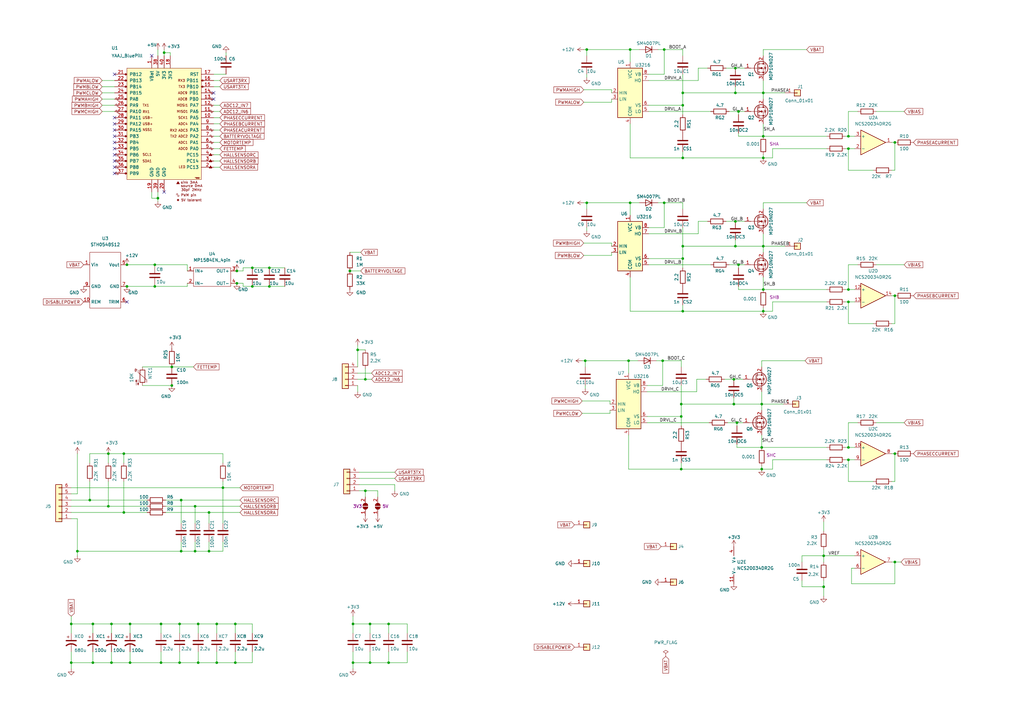
<source format=kicad_sch>
(kicad_sch (version 20211123) (generator eeschema)
  (paper "A3")
  (title_block (title "Easy DIY ESC"))
  (junction (at 159.385 255.905))
  (junction (at 52.07 108.585))
  (junction (at 74.295 205.105))
  (junction (at 279.4 165.735))
  (junction (at 367.03 230.505))
  (junction (at 302.895 108.585))
  (junction (at 70.485 150.495))
  (junction (at 50.8 186.055))
  (junction (at 279.4 192.405))
  (junction (at 29.21 255.905))
  (junction (at 280.035 64.77))
  (junction (at 272.415 20.32))
  (junction (at 258.445 83.185))
  (junction (at 64.77 81.28))
  (junction (at 313.055 118.745))
  (junction (at 73.66 271.78))
  (junction (at 257.81 147.955))
  (junction (at 272.415 83.185))
  (junction (at 52.07 117.475))
  (junction (at 300.99 155.575))
  (junction (at 85.725 210.185))
  (junction (at 347.98 188.595))
  (junction (at 347.98 55.88))
  (junction (at 146.685 143.51))
  (junction (at 91.44 200.025))
  (junction (at 347.98 118.745))
  (junction (at 96.52 255.905))
  (junction (at 110.49 117.475))
  (junction (at 88.9 271.78))
  (junction (at 38.1 271.78))
  (junction (at 271.78 147.955))
  (junction (at 337.82 240.665))
  (junction (at 347.98 123.825))
  (junction (at 85.725 226.06))
  (junction (at 103.505 109.855))
  (junction (at 70.485 158.115))
  (junction (at 66.04 271.78))
  (junction (at 80.01 207.645))
  (junction (at 88.9 255.905))
  (junction (at 367.03 121.285))
  (junction (at 96.52 271.78))
  (junction (at 81.28 271.78))
  (junction (at 313.055 38.1))
  (junction (at 300.99 165.735))
  (junction (at 312.42 183.515))
  (junction (at 53.34 271.78))
  (junction (at 302.895 45.72))
  (junction (at 97.155 111.125))
  (junction (at 280.035 38.1))
  (junction (at 38.1 255.905))
  (junction (at 103.505 117.475))
  (junction (at 144.78 255.905))
  (junction (at 74.295 226.06))
  (junction (at 29.21 271.78))
  (junction (at 280.035 106.045))
  (junction (at 301.625 27.94))
  (junction (at 347.98 60.96))
  (junction (at 347.98 183.515))
  (junction (at 312.42 165.735))
  (junction (at 45.72 255.905))
  (junction (at 63.5 108.585))
  (junction (at 280.035 127.635))
  (junction (at 301.625 38.1))
  (junction (at 143.51 111.125))
  (junction (at 97.155 116.205))
  (junction (at 44.45 207.645))
  (junction (at 80.01 226.06))
  (junction (at 301.625 90.805))
  (junction (at 280.035 43.18))
  (junction (at 149.86 201.295))
  (junction (at 50.8 210.185))
  (junction (at 240.665 83.185))
  (junction (at 151.765 271.78))
  (junction (at 159.385 271.78))
  (junction (at 144.78 271.78))
  (junction (at 53.34 255.905))
  (junction (at 313.055 64.77))
  (junction (at 279.4 170.815))
  (junction (at 301.625 100.965))
  (junction (at 280.035 100.965))
  (junction (at 63.5 117.475))
  (junction (at 313.055 100.965))
  (junction (at 67.31 21.59))
  (junction (at 240.665 20.32))
  (junction (at 110.49 109.855))
  (junction (at 149.86 155.575))
  (junction (at 258.445 20.32))
  (junction (at 302.26 173.355))
  (junction (at 31.75 226.06))
  (junction (at 45.72 271.78))
  (junction (at 73.66 255.905))
  (junction (at 367.03 186.055))
  (junction (at 81.28 255.905))
  (junction (at 337.82 227.965))
  (junction (at 313.055 55.88))
  (junction (at 66.04 255.905))
  (junction (at 313.055 127.635))
  (junction (at 36.83 205.105))
  (junction (at 240.03 147.955))
  (junction (at 367.03 58.42))
  (junction (at 151.765 255.905))
  (junction (at 312.42 192.405))
  (junction (at 44.45 186.055))
  (no_connect (at 46.99 50.8))
  (no_connect (at 46.99 48.26))
  (no_connect (at 87.63 40.64))
  (no_connect (at 62.23 22.86))
  (no_connect (at 87.63 38.1))
  (no_connect (at 67.31 78.74))
  (no_connect (at 52.07 123.825))
  (no_connect (at 46.99 55.88))
  (no_connect (at 46.99 53.34))
  (no_connect (at 46.99 58.42))
  (no_connect (at 46.99 63.5))
  (no_connect (at 46.99 68.58))
  (no_connect (at 46.99 60.96))
  (no_connect (at 46.99 66.04))
  (no_connect (at 46.99 30.48))
  (no_connect (at 46.99 71.12))
  (wire (pts (xy 50.8 186.055) (xy 50.8 189.865)))
  (wire (pts (xy 88.9 255.905) (xy 88.9 259.715)))
  (wire (pts (xy 96.52 267.335) (xy 96.52 271.78)))
  (wire (pts (xy 44.45 186.055) (xy 44.45 189.865)))
  (wire (pts (xy 286.385 33.02) (xy 286.385 27.94)))
  (wire (pts (xy 81.28 271.78) (xy 73.66 271.78)))
  (wire (pts (xy 359.41 45.72) (xy 370.84 45.72)))
  (wire (pts (xy 76.835 111.125) (xy 76.835 108.585)))
  (wire (pts (xy 280.035 106.045) (xy 280.035 109.855)))
  (wire (pts (xy 110.49 117.475) (xy 103.505 117.475)))
  (wire (pts (xy 349.25 233.045) (xy 349.25 239.395)))
  (wire (pts (xy 347.98 60.96) (xy 350.52 60.96)))
  (wire (pts (xy 313.055 113.665) (xy 313.055 118.745)))
  (wire (pts (xy 272.415 20.32) (xy 280.035 20.32)))
  (wire (pts (xy 143.51 103.505) (xy 147.955 103.505)))
  (wire (pts (xy 272.415 83.185) (xy 280.035 83.185)))
  (wire (pts (xy 266.065 106.045) (xy 280.035 106.045)))
  (wire (pts (xy 110.49 109.855) (xy 103.505 109.855)))
  (wire (pts (xy 313.055 63.5) (xy 313.055 64.77)))
  (wire (pts (xy 41.91 43.18) (xy 46.99 43.18)))
  (wire (pts (xy 347.98 45.72) (xy 351.79 45.72)))
  (wire (pts (xy 64.77 20.32) (xy 64.77 22.86)))
  (wire (pts (xy 146.685 158.115) (xy 146.685 160.655)))
  (wire (pts (xy 328.93 230.505) (xy 328.93 227.965)))
  (wire (pts (xy 151.765 267.335) (xy 151.765 271.78)))
  (wire (pts (xy 257.81 147.955) (xy 257.81 153.035)))
  (wire (pts (xy 313.055 83.185) (xy 313.055 85.725)))
  (wire (pts (xy 285.75 160.655) (xy 285.75 155.575)))
  (wire (pts (xy 271.78 158.115) (xy 271.78 147.955)))
  (wire (pts (xy 280.035 43.18) (xy 280.035 38.1)))
  (wire (pts (xy 67.945 205.105) (xy 74.295 205.105)))
  (wire (pts (xy 286.385 27.94) (xy 290.195 27.94)))
  (wire (pts (xy 312.42 178.435) (xy 312.42 183.515)))
  (wire (pts (xy 347.98 55.88) (xy 350.52 55.88)))
  (wire (pts (xy 313.055 33.02) (xy 313.055 38.1)))
  (wire (pts (xy 250.825 99.695) (xy 250.825 100.965)))
  (wire (pts (xy 312.42 191.135) (xy 312.42 192.405)))
  (wire (pts (xy 280.035 100.965) (xy 301.625 100.965)))
  (wire (pts (xy 88.9 267.335) (xy 88.9 271.78)))
  (wire (pts (xy 66.04 267.335) (xy 66.04 271.78)))
  (wire (pts (xy 38.1 267.335) (xy 38.1 271.78)))
  (wire (pts (xy 250.825 104.775) (xy 250.825 103.505)))
  (wire (pts (xy 240.665 20.32) (xy 258.445 20.32)))
  (wire (pts (xy 240.03 158.115) (xy 240.03 159.385)))
  (wire (pts (xy 91.44 200.025) (xy 91.44 214.63)))
  (wire (pts (xy 258.445 127.635) (xy 280.035 127.635)))
  (wire (pts (xy 280.035 93.345) (xy 280.035 100.965)))
  (wire (pts (xy 302.26 183.515) (xy 312.42 183.515)))
  (wire (pts (xy 167.005 271.78) (xy 159.385 271.78)))
  (wire (pts (xy 149.86 201.295) (xy 154.94 201.295)))
  (wire (pts (xy 103.505 259.715) (xy 103.505 255.905)))
  (wire (pts (xy 312.42 192.405) (xy 316.865 192.405)))
  (wire (pts (xy 367.03 230.505) (xy 369.57 230.505)))
  (wire (pts (xy 301.625 98.425) (xy 301.625 100.965)))
  (wire (pts (xy 116.84 117.475) (xy 110.49 117.475)))
  (wire (pts (xy 313.055 64.77) (xy 316.865 64.77)))
  (wire (pts (xy 144.78 271.78) (xy 144.78 274.32)))
  (wire (pts (xy 69.85 22.86) (xy 69.85 21.59)))
  (wire (pts (xy 67.945 207.645) (xy 80.01 207.645)))
  (wire (pts (xy 337.82 227.965) (xy 350.52 227.965)))
  (wire (pts (xy 300.99 163.195) (xy 300.99 165.735)))
  (wire (pts (xy 302.895 45.72) (xy 302.895 46.99)))
  (wire (pts (xy 280.035 106.045) (xy 280.035 100.965)))
  (wire (pts (xy 302.26 173.355) (xy 302.26 174.625)))
  (wire (pts (xy 367.03 239.395) (xy 367.03 230.505)))
  (wire (pts (xy 265.43 170.815) (xy 279.4 170.815)))
  (wire (pts (xy 66.04 255.905) (xy 53.34 255.905)))
  (wire (pts (xy 70.485 150.495) (xy 79.375 150.495)))
  (wire (pts (xy 80.01 222.25) (xy 80.01 226.06)))
  (wire (pts (xy 266.065 33.02) (xy 286.385 33.02)))
  (wire (pts (xy 266.065 95.885) (xy 286.385 95.885)))
  (wire (pts (xy 346.71 55.88) (xy 347.98 55.88)))
  (wire (pts (xy 266.065 43.18) (xy 280.035 43.18)))
  (wire (pts (xy 337.82 230.505) (xy 337.82 227.965)))
  (wire (pts (xy 313.055 38.1) (xy 313.055 40.64)))
  (wire (pts (xy 313.055 95.885) (xy 313.055 100.965)))
  (wire (pts (xy 87.63 66.04) (xy 90.17 66.04)))
  (wire (pts (xy 328.93 227.965) (xy 337.82 227.965)))
  (wire (pts (xy 144.78 255.905) (xy 144.78 259.715)))
  (wire (pts (xy 149.86 155.575) (xy 152.4 155.575)))
  (wire (pts (xy 298.45 173.355) (xy 302.26 173.355)))
  (wire (pts (xy 280.035 20.32) (xy 280.035 22.86)))
  (wire (pts (xy 313.055 100.965) (xy 313.055 103.505)))
  (wire (pts (xy 365.76 58.42) (xy 367.03 58.42)))
  (wire (pts (xy 87.63 55.88) (xy 90.17 55.88)))
  (wire (pts (xy 87.63 30.48) (xy 92.71 30.48)))
  (wire (pts (xy 96.52 271.78) (xy 88.9 271.78)))
  (wire (pts (xy 146.685 143.51) (xy 149.86 143.51)))
  (wire (pts (xy 365.76 197.485) (xy 367.03 197.485)))
  (wire (pts (xy 53.34 271.78) (xy 45.72 271.78)))
  (wire (pts (xy 31.75 212.725) (xy 31.75 226.06)))
  (wire (pts (xy 66.04 271.78) (xy 53.34 271.78)))
  (wire (pts (xy 159.385 271.78) (xy 151.765 271.78)))
  (wire (pts (xy 29.21 252.73) (xy 29.21 255.905)))
  (wire (pts (xy 240.665 85.725) (xy 240.665 83.185)))
  (wire (pts (xy 313.055 100.965) (xy 321.945 100.965)))
  (wire (pts (xy 312.42 165.735) (xy 312.42 168.275)))
  (wire (pts (xy 266.065 93.345) (xy 272.415 93.345)))
  (wire (pts (xy 96.52 255.905) (xy 96.52 259.715)))
  (wire (pts (xy 63.5 117.475) (xy 52.07 117.475)))
  (wire (pts (xy 239.395 104.775) (xy 250.825 104.775)))
  (wire (pts (xy 347.98 188.595) (xy 350.52 188.595)))
  (wire (pts (xy 31.75 212.725) (xy 29.21 212.725)))
  (wire (pts (xy 147.32 201.295) (xy 149.86 201.295)))
  (wire (pts (xy 347.98 132.715) (xy 347.98 123.825)))
  (wire (pts (xy 116.84 109.855) (xy 110.49 109.855)))
  (wire (pts (xy 258.445 113.665) (xy 258.445 127.635)))
  (wire (pts (xy 29.21 210.185) (xy 50.8 210.185)))
  (wire (pts (xy 88.9 255.905) (xy 81.28 255.905)))
  (wire (pts (xy 44.45 186.055) (xy 50.8 186.055)))
  (wire (pts (xy 250.825 41.91) (xy 250.825 40.64)))
  (wire (pts (xy 240.665 83.185) (xy 258.445 83.185)))
  (wire (pts (xy 73.66 267.335) (xy 73.66 271.78)))
  (wire (pts (xy 312.42 183.515) (xy 339.09 183.515)))
  (wire (pts (xy 240.665 22.86) (xy 240.665 20.32)))
  (wire (pts (xy 91.44 197.485) (xy 91.44 200.025)))
  (wire (pts (xy 62.23 81.28) (xy 64.77 81.28)))
  (wire (pts (xy 58.42 158.115) (xy 70.485 158.115)))
  (wire (pts (xy 73.66 255.905) (xy 73.66 259.715)))
  (wire (pts (xy 159.385 255.905) (xy 159.385 259.715)))
  (wire (pts (xy 29.21 267.335) (xy 29.21 271.78)))
  (wire (pts (xy 161.925 198.755) (xy 161.925 201.295)))
  (wire (pts (xy 50.8 186.055) (xy 91.44 186.055)))
  (wire (pts (xy 359.41 173.355) (xy 370.84 173.355)))
  (wire (pts (xy 31.75 202.565) (xy 31.75 186.055)))
  (wire (pts (xy 29.21 205.105) (xy 36.83 205.105)))
  (wire (pts (xy 269.875 20.32) (xy 272.415 20.32)))
  (wire (pts (xy 238.76 169.545) (xy 250.19 169.545)))
  (wire (pts (xy 96.52 255.905) (xy 88.9 255.905)))
  (wire (pts (xy 239.395 41.91) (xy 250.825 41.91)))
  (wire (pts (xy 313.055 127.635) (xy 316.865 127.635)))
  (wire (pts (xy 347.98 132.715) (xy 358.14 132.715)))
  (wire (pts (xy 300.99 165.735) (xy 312.42 165.735)))
  (wire (pts (xy 149.86 201.295) (xy 149.86 203.835)))
  (wire (pts (xy 302.895 117.475) (xy 302.895 118.745)))
  (wire (pts (xy 346.71 188.595) (xy 347.98 188.595)))
  (wire (pts (xy 346.71 60.96) (xy 347.98 60.96)))
  (wire (pts (xy 365.76 121.285) (xy 367.03 121.285)))
  (wire (pts (xy 347.98 123.825) (xy 350.52 123.825)))
  (wire (pts (xy 81.28 267.335) (xy 81.28 271.78)))
  (wire (pts (xy 349.25 239.395) (xy 367.03 239.395)))
  (wire (pts (xy 346.71 123.825) (xy 347.98 123.825)))
  (wire (pts (xy 74.295 205.105) (xy 98.425 205.105)))
  (wire (pts (xy 367.03 230.505) (xy 365.76 230.505)))
  (wire (pts (xy 269.24 147.955) (xy 271.78 147.955)))
  (wire (pts (xy 257.81 178.435) (xy 257.81 192.405)))
  (wire (pts (xy 258.445 83.185) (xy 262.255 83.185)))
  (wire (pts (xy 257.81 192.405) (xy 279.4 192.405)))
  (wire (pts (xy 346.71 183.515) (xy 347.98 183.515)))
  (wire (pts (xy 76.835 117.475) (xy 63.5 117.475)))
  (wire (pts (xy 301.625 35.56) (xy 301.625 38.1)))
  (wire (pts (xy 85.725 222.25) (xy 85.725 226.06)))
  (wire (pts (xy 258.445 50.8) (xy 258.445 64.77)))
  (wire (pts (xy 301.625 38.1) (xy 313.055 38.1)))
  (wire (pts (xy 302.895 45.72) (xy 305.435 45.72)))
  (wire (pts (xy 312.42 147.955) (xy 330.2 147.955)))
  (wire (pts (xy 299.085 45.72) (xy 302.895 45.72)))
  (wire (pts (xy 312.42 160.655) (xy 312.42 165.735)))
  (wire (pts (xy 286.385 90.805) (xy 290.195 90.805)))
  (wire (pts (xy 347.98 183.515) (xy 347.98 173.355)))
  (wire (pts (xy 240.03 150.495) (xy 240.03 147.955)))
  (wire (pts (xy 64.77 78.74) (xy 64.77 81.28)))
  (wire (pts (xy 316.865 192.405) (xy 316.865 188.595)))
  (wire (pts (xy 74.295 222.25) (xy 74.295 226.06)))
  (wire (pts (xy 146.685 143.51) (xy 146.685 150.495)))
  (wire (pts (xy 250.825 36.83) (xy 250.825 38.1)))
  (wire (pts (xy 146.685 153.035) (xy 152.4 153.035)))
  (wire (pts (xy 87.63 35.56) (xy 90.17 35.56)))
  (wire (pts (xy 41.91 35.56) (xy 46.99 35.56)))
  (wire (pts (xy 29.21 200.025) (xy 91.44 200.025)))
  (wire (pts (xy 367.03 69.85) (xy 367.03 58.42)))
  (wire (pts (xy 316.865 123.825) (xy 339.09 123.825)))
  (wire (pts (xy 240.665 93.345) (xy 240.665 94.615)))
  (wire (pts (xy 38.1 255.905) (xy 29.21 255.905)))
  (wire (pts (xy 302.895 118.745) (xy 313.055 118.745)))
  (wire (pts (xy 279.4 170.815) (xy 279.4 174.625)))
  (wire (pts (xy 85.725 214.63) (xy 85.725 210.185)))
  (wire (pts (xy 41.91 38.1) (xy 46.99 38.1)))
  (wire (pts (xy 299.085 108.585) (xy 302.895 108.585)))
  (wire (pts (xy 365.76 69.85) (xy 367.03 69.85)))
  (wire (pts (xy 76.835 108.585) (xy 63.5 108.585)))
  (wire (pts (xy 50.8 210.185) (xy 60.325 210.185)))
  (wire (pts (xy 347.98 118.745) (xy 350.52 118.745)))
  (wire (pts (xy 302.26 173.355) (xy 304.8 173.355)))
  (wire (pts (xy 62.23 78.74) (xy 62.23 81.28)))
  (wire (pts (xy 41.91 45.72) (xy 46.99 45.72)))
  (wire (pts (xy 74.295 226.06) (xy 80.01 226.06)))
  (wire (pts (xy 45.72 267.335) (xy 45.72 271.78)))
  (wire (pts (xy 328.93 240.665) (xy 337.82 240.665)))
  (wire (pts (xy 41.91 33.02) (xy 46.99 33.02)))
  (wire (pts (xy 316.865 188.595) (xy 339.09 188.595)))
  (wire (pts (xy 151.765 255.905) (xy 159.385 255.905)))
  (wire (pts (xy 265.43 173.355) (xy 290.83 173.355)))
  (wire (pts (xy 92.71 21.59) (xy 92.71 22.86)))
  (wire (pts (xy 80.01 207.645) (xy 80.01 214.63)))
  (wire (pts (xy 167.005 267.335) (xy 167.005 271.78)))
  (wire (pts (xy 88.9 271.78) (xy 81.28 271.78)))
  (wire (pts (xy 266.065 108.585) (xy 291.465 108.585)))
  (wire (pts (xy 87.63 43.18) (xy 90.17 43.18)))
  (wire (pts (xy 103.505 255.905) (xy 96.52 255.905)))
  (wire (pts (xy 64.77 81.28) (xy 64.77 82.55)))
  (wire (pts (xy 74.295 205.105) (xy 74.295 214.63)))
  (wire (pts (xy 36.83 189.865) (xy 36.83 186.055)))
  (wire (pts (xy 349.25 233.045) (xy 350.52 233.045)))
  (wire (pts (xy 272.415 93.345) (xy 272.415 83.185)))
  (wire (pts (xy 347.98 173.355) (xy 351.79 173.355)))
  (wire (pts (xy 279.4 192.405) (xy 312.42 192.405)))
  (wire (pts (xy 240.665 30.48) (xy 240.665 31.75)))
  (wire (pts (xy 266.065 45.72) (xy 291.465 45.72)))
  (wire (pts (xy 103.505 267.335) (xy 103.505 271.78)))
  (wire (pts (xy 238.76 164.465) (xy 250.19 164.465)))
  (wire (pts (xy 258.445 83.185) (xy 258.445 88.265)))
  (wire (pts (xy 87.63 45.72) (xy 90.17 45.72)))
  (wire (pts (xy 258.445 20.32) (xy 258.445 25.4)))
  (wire (pts (xy 63.5 116.84) (xy 63.5 117.475)))
  (wire (pts (xy 279.4 158.115) (xy 279.4 165.735)))
  (wire (pts (xy 265.43 160.655) (xy 285.75 160.655)))
  (wire (pts (xy 347.98 197.485) (xy 358.14 197.485)))
  (wire (pts (xy 58.42 150.495) (xy 70.485 150.495)))
  (wire (pts (xy 91.44 186.055) (xy 91.44 189.865)))
  (wire (pts (xy 258.445 20.32) (xy 262.255 20.32)))
  (wire (pts (xy 316.865 64.77) (xy 316.865 60.96)))
  (wire (pts (xy 347.98 108.585) (xy 351.79 108.585)))
  (wire (pts (xy 81.28 255.905) (xy 81.28 259.715)))
  (wire (pts (xy 147.32 193.675) (xy 161.925 193.675)))
  (wire (pts (xy 302.895 54.61) (xy 302.895 55.88)))
  (wire (pts (xy 44.45 207.645) (xy 60.325 207.645)))
  (wire (pts (xy 103.505 271.78) (xy 96.52 271.78)))
  (wire (pts (xy 87.63 68.58) (xy 90.17 68.58)))
  (wire (pts (xy 44.45 197.485) (xy 44.45 207.645)))
  (wire (pts (xy 258.445 64.77) (xy 280.035 64.77)))
  (wire (pts (xy 159.385 267.335) (xy 159.385 271.78)))
  (wire (pts (xy 302.26 182.245) (xy 302.26 183.515)))
  (wire (pts (xy 63.5 108.585) (xy 52.07 108.585)))
  (wire (pts (xy 87.63 63.5) (xy 90.17 63.5)))
  (wire (pts (xy 280.035 83.185) (xy 280.035 85.725)))
  (wire (pts (xy 38.1 255.905) (xy 38.1 259.715)))
  (wire (pts (xy 85.725 226.06) (xy 91.44 226.06)))
  (wire (pts (xy 151.765 255.905) (xy 151.765 259.715)))
  (wire (pts (xy 143.51 111.125) (xy 147.955 111.125)))
  (wire (pts (xy 280.035 64.77) (xy 313.055 64.77)))
  (wire (pts (xy 313.055 83.185) (xy 330.835 83.185)))
  (wire (pts (xy 337.82 227.965) (xy 337.82 225.425)))
  (wire (pts (xy 312.42 165.735) (xy 321.31 165.735)))
  (wire (pts (xy 313.055 118.745) (xy 339.09 118.745)))
  (wire (pts (xy 265.43 158.115) (xy 271.78 158.115)))
  (wire (pts (xy 103.505 117.475) (xy 99.695 117.475)))
  (wire (pts (xy 337.82 240.665) (xy 337.82 244.475)))
  (wire (pts (xy 301.625 27.94) (xy 305.435 27.94)))
  (wire (pts (xy 279.4 170.815) (xy 279.4 165.735)))
  (wire (pts (xy 53.34 255.905) (xy 53.34 259.715)))
  (wire (pts (xy 149.86 151.13) (xy 149.86 155.575)))
  (wire (pts (xy 80.01 226.06) (xy 85.725 226.06)))
  (wire (pts (xy 66.04 255.905) (xy 66.04 259.715)))
  (wire (pts (xy 87.63 48.26) (xy 90.17 48.26)))
  (wire (pts (xy 301.625 100.965) (xy 313.055 100.965)))
  (wire (pts (xy 269.875 83.185) (xy 272.415 83.185)))
  (wire (pts (xy 347.98 55.88) (xy 347.98 45.72)))
  (wire (pts (xy 144.78 267.335) (xy 144.78 271.78)))
  (wire (pts (xy 31.75 226.06) (xy 31.75 227.965)))
  (wire (pts (xy 36.83 197.485) (xy 36.83 205.105)))
  (wire (pts (xy 53.34 255.905) (xy 45.72 255.905)))
  (wire (pts (xy 239.395 20.32) (xy 240.665 20.32)))
  (wire (pts (xy 45.72 271.78) (xy 38.1 271.78)))
  (wire (pts (xy 313.055 20.32) (xy 330.835 20.32)))
  (wire (pts (xy 63.5 108.585) (xy 63.5 109.22)))
  (wire (pts (xy 347.98 69.85) (xy 347.98 60.96)))
  (wire (pts (xy 67.31 20.32) (xy 67.31 21.59)))
  (wire (pts (xy 53.34 267.335) (xy 53.34 271.78)))
  (wire (pts (xy 99.695 117.475) (xy 99.695 116.205)))
  (wire (pts (xy 154.94 201.295) (xy 154.94 203.835)))
  (wire (pts (xy 45.72 255.905) (xy 38.1 255.905)))
  (wire (pts (xy 45.72 255.905) (xy 45.72 259.715)))
  (wire (pts (xy 91.44 200.025) (xy 98.425 200.025)))
  (wire (pts (xy 29.21 271.78) (xy 29.21 274.32)))
  (wire (pts (xy 300.99 155.575) (xy 304.8 155.575)))
  (wire (pts (xy 367.03 132.715) (xy 367.03 121.285)))
  (wire (pts (xy 346.71 118.745) (xy 347.98 118.745)))
  (wire (pts (xy 87.63 53.34) (xy 90.17 53.34)))
  (wire (pts (xy 87.63 60.96) (xy 90.17 60.96)))
  (wire (pts (xy 250.19 169.545) (xy 250.19 168.275)))
  (wire (pts (xy 73.66 255.905) (xy 66.04 255.905)))
  (wire (pts (xy 347.98 188.595) (xy 347.98 197.485)))
  (wire (pts (xy 316.865 60.96) (xy 339.09 60.96)))
  (wire (pts (xy 80.01 207.645) (xy 98.425 207.645)))
  (wire (pts (xy 50.8 197.485) (xy 50.8 210.185)))
  (wire (pts (xy 347.98 69.85) (xy 358.14 69.85)))
  (wire (pts (xy 97.155 116.205) (xy 99.695 116.205)))
  (wire (pts (xy 29.21 202.565) (xy 31.75 202.565)))
  (wire (pts (xy 312.42 147.955) (xy 312.42 150.495)))
  (wire (pts (xy 302.895 55.88) (xy 313.055 55.88)))
  (wire (pts (xy 280.035 30.48) (xy 280.035 38.1)))
  (wire (pts (xy 36.83 186.055) (xy 44.45 186.055)))
  (wire (pts (xy 347.98 118.745) (xy 347.98 108.585)))
  (wire (pts (xy 87.63 33.02) (xy 90.17 33.02)))
  (wire (pts (xy 272.415 30.48) (xy 272.415 20.32)))
  (wire (pts (xy 367.03 197.485) (xy 367.03 186.055)))
  (wire (pts (xy 359.41 108.585) (xy 370.84 108.585)))
  (wire (pts (xy 266.065 30.48) (xy 272.415 30.48)))
  (wire (pts (xy 313.055 55.88) (xy 339.09 55.88)))
  (wire (pts (xy 313.055 50.8) (xy 313.055 55.88)))
  (wire (pts (xy 144.78 252.73) (xy 144.78 255.905)))
  (wire (pts (xy 151.765 271.78) (xy 144.78 271.78)))
  (wire (pts (xy 87.63 50.8) (xy 90.17 50.8)))
  (wire (pts (xy 41.91 40.64) (xy 46.99 40.64)))
  (wire (pts (xy 146.685 141.605) (xy 146.685 143.51)))
  (wire (pts (xy 280.035 62.23) (xy 280.035 64.77)))
  (wire (pts (xy 280.035 38.1) (xy 301.625 38.1)))
  (wire (pts (xy 365.76 132.715) (xy 367.03 132.715)))
  (wire (pts (xy 76.835 116.205) (xy 76.835 117.475)))
  (wire (pts (xy 280.035 125.095) (xy 280.035 127.635)))
  (wire (pts (xy 286.385 95.885) (xy 286.385 90.805)))
  (wire (pts (xy 337.82 217.805) (xy 337.82 213.995)))
  (wire (pts (xy 85.725 210.185) (xy 98.425 210.185)))
  (wire (pts (xy 29.21 255.905) (xy 29.21 259.715)))
  (wire (pts (xy 302.895 108.585) (xy 305.435 108.585)))
  (wire (pts (xy 29.21 207.645) (xy 44.45 207.645)))
  (wire (pts (xy 99.695 111.125) (xy 97.155 111.125)))
  (wire (pts (xy 250.19 164.465) (xy 250.19 165.735)))
  (wire (pts (xy 271.78 147.955) (xy 279.4 147.955)))
  (wire (pts (xy 328.93 238.125) (xy 328.93 240.665)))
  (wire (pts (xy 280.035 43.18) (xy 280.035 46.99)))
  (wire (pts (xy 297.815 90.805) (xy 301.625 90.805)))
  (wire (pts (xy 279.4 189.865) (xy 279.4 192.405)))
  (wire (pts (xy 302.895 108.585) (xy 302.895 109.855)))
  (wire (pts (xy 316.865 127.635) (xy 316.865 123.825)))
  (wire (pts (xy 313.055 20.32) (xy 313.055 22.86)))
  (wire (pts (xy 297.815 27.94) (xy 301.625 27.94)))
  (wire (pts (xy 67.31 21.59) (xy 67.31 22.86)))
  (wire (pts (xy 31.75 226.06) (xy 74.295 226.06)))
  (wire (pts (xy 36.83 205.105) (xy 60.325 205.105)))
  (wire (pts (xy 301.625 90.805) (xy 305.435 90.805)))
  (wire (pts (xy 365.76 186.055) (xy 367.03 186.055)))
  (wire (pts (xy 147.32 198.755) (xy 161.925 198.755)))
  (wire (pts (xy 313.055 38.1) (xy 321.945 38.1)))
  (wire (pts (xy 337.82 240.665) (xy 337.82 238.125)))
  (wire (pts (xy 159.385 255.905) (xy 167.005 255.905)))
  (wire (pts (xy 313.055 126.365) (xy 313.055 127.635)))
  (wire (pts (xy 87.63 58.42) (xy 90.17 58.42)))
  (wire (pts (xy 147.32 196.215) (xy 161.925 196.215)))
  (wire (pts (xy 239.395 36.83) (xy 250.825 36.83)))
  (wire (pts (xy 239.395 83.185) (xy 240.665 83.185)))
  (wire (pts (xy 146.685 155.575) (xy 149.86 155.575)))
  (wire (pts (xy 91.44 222.25) (xy 91.44 226.06)))
  (wire (pts (xy 238.76 147.955) (xy 240.03 147.955)))
  (wire (pts (xy 144.78 255.905) (xy 151.765 255.905)))
  (wire (pts (xy 103.505 109.855) (xy 99.695 109.855)))
  (wire (pts (xy 285.75 155.575) (xy 289.56 155.575)))
  (wire (pts (xy 73.66 271.78) (xy 66.04 271.78)))
  (wire (pts (xy 280.035 127.635) (xy 313.055 127.635)))
  (wire (pts (xy 257.81 147.955) (xy 261.62 147.955)))
  (wire (pts (xy 67.945 210.185) (xy 85.725 210.185)))
  (wire (pts (xy 279.4 147.955) (xy 279.4 150.495)))
  (wire (pts (xy 81.28 255.905) (xy 73.66 255.905)))
  (wire (pts (xy 279.4 165.735) (xy 300.99 165.735)))
  (wire (pts (xy 240.03 147.955) (xy 257.81 147.955)))
  (wire (pts (xy 239.395 99.695) (xy 250.825 99.695)))
  (wire (pts (xy 38.1 271.78) (xy 29.21 271.78)))
  (wire (pts (xy 69.85 21.59) (xy 67.31 21.59)))
  (wire (pts (xy 167.005 259.715) (xy 167.005 255.905)))
  (wire (pts (xy 297.18 155.575) (xy 300.99 155.575)))
  (wire (pts (xy 99.695 109.855) (xy 99.695 111.125)))
  (wire (pts (xy 347.98 183.515) (xy 350.52 183.515)))
  (label "GL_B" (at 300.355 108.585 0))
  (label "SH_C" (at 312.42 181.61 0))
  (label "PHASEB" (at 316.23 100.965 0))
  (label "PHASEC" (at 316.23 165.735 0))
  (label "DRVL_A" (at 272.415 45.72 0))
  (label "GL_C" (at 299.72 173.355 0))
  (label "DRVL_C" (at 270.51 173.355 0))
  (label "DRVH_C" (at 271.145 160.655 0))
  (label "SH_B" (at 313.055 117.475 0))
  (label "GH_A" (at 299.72 27.94 0))
  (label "GH_B" (at 299.72 90.805 0))
  (label "DRVL_B" (at 272.415 108.585 0))
  (label "PHASEA" (at 316.23 38.1 0))
  (label "DRVH_A" (at 272.415 33.02 0))
  (label "BOOT_C" (at 273.685 147.955 0))
  (label "DRVH_B" (at 272.415 95.885 0))
  (label "VREF" (at 339.725 227.965 0))
  (label "BOOT_B" (at 273.685 83.185 0))
  (label "SH_A" (at 313.055 53.975 0))
  (label "GL_A" (at 300.355 45.72 0))
  (label "BOOT_A" (at 274.32 20.32 0))
  (label "GH_C" (at 299.085 155.575 0))
  (global_label "PWMALOW" (shape input) (at 41.91 33.02 180) (property "Intersheet References" "${INTERSHEET_REFS}" (effects hide)))
  (global_label "ADC12_IN7" (shape input) (at 152.4 153.035 0) (property "Intersheet References" "${INTERSHEET_REFS}" (effects hide)))
  (global_label "BATTERYVOLTAGE" (shape input) (at 90.17 55.88 0) (property "Intersheet References" "${INTERSHEET_REFS}" (effects hide)))
  (global_label "VBAT" (shape input) (at 271.145 224.155 180) (property "Intersheet References" "${INTERSHEET_REFS}" (effects hide)))
  (global_label "VBIAS" (shape input) (at 370.84 45.72 0) (property "Intersheet References" "${INTERSHEET_REFS}" (effects hide)))
  (global_label "MOTORTEMP" (shape input) (at 98.425 200.025 0) (property "Intersheet References" "${INTERSHEET_REFS}" (effects hide)))
  (global_label "DISABLEPOWER" (shape input) (at 34.29 123.825 180) (property "Intersheet References" "${INTERSHEET_REFS}" (effects hide)))
  (global_label "ADC12_IN6" (shape input) (at 152.4 155.575 0) (property "Intersheet References" "${INTERSHEET_REFS}" (effects hide)))
  (global_label "MOTORTEMP" (shape input) (at 90.17 58.42 0) (property "Intersheet References" "${INTERSHEET_REFS}" (effects hide)))
  (global_label "PWMCLOW" (shape input) (at 238.76 169.545 180) (property "Intersheet References" "${INTERSHEET_REFS}" (effects hide)))
  (global_label "VBAT" (shape input) (at 235.585 215.265 180) (property "Intersheet References" "${INTERSHEET_REFS}" (effects hide)))
  (global_label "HALLSENSORC" (shape input) (at 90.17 63.5 0) (property "Intersheet References" "${INTERSHEET_REFS}" (effects hide)))
  (global_label "PWMALOW" (shape input) (at 239.395 41.91 180) (property "Intersheet References" "${INTERSHEET_REFS}" (effects hide)))
  (global_label "VBAT" (shape input) (at 330.2 147.955 0) (property "Intersheet References" "${INTERSHEET_REFS}" (effects hide)))
  (global_label "VBAT" (shape input) (at 34.29 108.585 180) (property "Intersheet References" "${INTERSHEET_REFS}" (effects hide)))
  (global_label "PWMBHIGH" (shape input) (at 41.91 43.18 180) (property "Intersheet References" "${INTERSHEET_REFS}" (effects hide)))
  (global_label "PWMBHIGH" (shape input) (at 239.395 99.695 180) (property "Intersheet References" "${INTERSHEET_REFS}" (effects hide)))
  (global_label "HALLSENSORA" (shape input) (at 90.17 68.58 0) (property "Intersheet References" "${INTERSHEET_REFS}" (effects hide)))
  (global_label "PWMBLOW" (shape input) (at 41.91 35.56 180) (property "Intersheet References" "${INTERSHEET_REFS}" (effects hide)))
  (global_label "PWMBLOW" (shape input) (at 239.395 104.775 180) (property "Intersheet References" "${INTERSHEET_REFS}" (effects hide)))
  (global_label "VBIAS" (shape input) (at 369.57 230.505 0) (property "Intersheet References" "${INTERSHEET_REFS}" (effects hide)))
  (global_label "ADC12_IN7" (shape input) (at 90.17 43.18 0) (property "Intersheet References" "${INTERSHEET_REFS}" (effects hide)))
  (global_label "USART3RX" (shape input) (at 161.925 196.215 0) (property "Intersheet References" "${INTERSHEET_REFS}" (effects hide)))
  (global_label "BATTERYVOLTAGE" (shape input) (at 147.955 111.125 0) (property "Intersheet References" "${INTERSHEET_REFS}" (effects hide)))
  (global_label "PWMCLOW" (shape input) (at 41.91 38.1 180) (property "Intersheet References" "${INTERSHEET_REFS}" (effects hide)))
  (global_label "PWMCHIGH" (shape input) (at 41.91 45.72 180) (property "Intersheet References" "${INTERSHEET_REFS}" (effects hide)))
  (global_label "VBAT" (shape input) (at 273.05 269.24 270) (property "Intersheet References" "${INTERSHEET_REFS}" (effects hide)))
  (global_label "VBAT" (shape input) (at 330.835 20.32 0) (property "Intersheet References" "${INTERSHEET_REFS}" (effects hide)))
  (global_label "PHASEBCURRENT" (shape input) (at 374.65 121.285 0) (property "Intersheet References" "${INTERSHEET_REFS}" (effects hide)))
  (global_label "PHASEACURRENT" (shape input) (at 90.17 53.34 0) (property "Intersheet References" "${INTERSHEET_REFS}" (effects hide)))
  (global_label "ADC12_IN6" (shape input) (at 90.17 45.72 0) (property "Intersheet References" "${INTERSHEET_REFS}" (effects hide)))
  (global_label "DISABLEPOWER" (shape input) (at 235.585 265.43 180) (property "Intersheet References" "${INTERSHEET_REFS}" (effects hide)))
  (global_label "HALLSENSORB" (shape input) (at 90.17 66.04 0) (property "Intersheet References" "${INTERSHEET_REFS}" (effects hide)))
  (global_label "PWMAHIGH" (shape input) (at 239.395 36.83 180) (property "Intersheet References" "${INTERSHEET_REFS}" (effects hide)))
  (global_label "PHASECCURRENT" (shape input) (at 374.65 186.055 0) (property "Intersheet References" "${INTERSHEET_REFS}" (effects hide)))
  (global_label "USART3TX" (shape input) (at 161.925 193.675 0) (property "Intersheet References" "${INTERSHEET_REFS}" (effects hide)))
  (global_label "VBIAS" (shape input) (at 370.84 173.355 0) (property "Intersheet References" "${INTERSHEET_REFS}" (effects hide)))
  (global_label "HALLSENSORB" (shape input) (at 98.425 207.645 0) (property "Intersheet References" "${INTERSHEET_REFS}" (effects hide)))
  (global_label "VBAT" (shape input) (at 29.21 252.73 90) (property "Intersheet References" "${INTERSHEET_REFS}" (effects hide)))
  (global_label "FETTEMP" (shape input) (at 79.375 150.495 0) (property "Intersheet References" "${INTERSHEET_REFS}" (effects hide)))
  (global_label "VBIAS" (shape input) (at 370.84 108.585 0) (property "Intersheet References" "${INTERSHEET_REFS}" (effects hide)))
  (global_label "USART3TX" (shape input) (at 90.17 35.56 0) (property "Intersheet References" "${INTERSHEET_REFS}" (effects hide)))
  (global_label "PHASECCURRENT" (shape input) (at 90.17 48.26 0) (property "Intersheet References" "${INTERSHEET_REFS}" (effects hide)))
  (global_label "PHASEACURRENT" (shape input) (at 374.65 58.42 0) (property "Intersheet References" "${INTERSHEET_REFS}" (effects hide)))
  (global_label "PHASEBCURRENT" (shape input) (at 90.17 50.8 0) (property "Intersheet References" "${INTERSHEET_REFS}" (effects hide)))
  (global_label "PWMCHIGH" (shape input) (at 238.76 164.465 180) (property "Intersheet References" "${INTERSHEET_REFS}" (effects hide)))
  (global_label "VBAT" (shape input) (at 147.955 103.505 0) (property "Intersheet References" "${INTERSHEET_REFS}" (effects hide)))
  (global_label "FETTEMP" (shape input) (at 90.17 60.96 0) (property "Intersheet References" "${INTERSHEET_REFS}" (effects hide)))
  (global_label "VBAT" (shape input) (at 330.835 83.185 0) (property "Intersheet References" "${INTERSHEET_REFS}" (effects hide)))
  (global_label "PWMAHIGH" (shape input) (at 41.91 40.64 180) (property "Intersheet References" "${INTERSHEET_REFS}" (effects hide)))
  (global_label "HALLSENSORC" (shape input) (at 98.425 205.105 0) (property "Intersheet References" "${INTERSHEET_REFS}" (effects hide)))
  (global_label "HALLSENSORA" (shape input) (at 98.425 210.185 0) (property "Intersheet References" "${INTERSHEET_REFS}" (effects hide)))
  (global_label "USART3RX" (shape input) (at 90.17 33.02 0) (property "Intersheet References" "${INTERSHEET_REFS}" (effects hide)))
  (symbol (lib_id "Device:C") (at 110.49 113.665 0) (unit 1)
    (property "Reference" "C12" (at 111.125 111.125 0) (effects (justify left)))
    (property "Value" "10u" (at 110.49 116.205 0) (effects (justify left)))
    (property "Footprint" "Intible:C_0805_2012Metric_EDE" (effects hide))
  )
  (symbol (lib_id "power:GND") (at 97.155 116.205 0) (mirror y) (unit 1)
    (property "Reference" "#PWR029" (effects hide))
    (property "Value" "GND" (at 99.695 118.745 0))
  )
  (symbol (lib_id "Device:R") (at 342.9 55.88 90) (unit 1)
    (property "Reference" "R20" (at 345.44 53.34 90))
    (property "Value" "2.2K" (at 340.36 53.34 90))
    (property "Footprint" "Intible:R_0805_2012Metric_EDE" (effects hide))
  )
  (symbol (lib_id "power:+12V") (at 239.395 20.32 90) (unit 1)
    (property "Reference" "#PWR01" (effects hide))
    (property "Value" "+12V" (at 235.585 20.3199 90) (effects (justify left)))
  )
  (symbol (lib_id "Device:C") (at 63.5 113.03 0) (unit 1)
    (property "Reference" "C8" (at 64.135 110.49 0) (effects (justify left)))
    (property "Value" "10u" (at 64.135 115.57 0) (effects (justify left)))
    (property "Footprint" "Intible:C_0805_2012Metric_EDE" (effects hide))
  )
  (symbol (lib_id "Device:R") (at 355.6 173.355 90) (unit 1)
    (property "Reference" "R17" (at 353.06 170.815 90))
    (property "Value" "22K" (at 358.14 170.815 90))
    (property "Footprint" "Intible:R_0805_2012Metric_EDE" (effects hide))
  )
  (symbol (lib_id "power:GND") (at 34.29 117.475 0) (mirror y) (unit 1)
    (property "Reference" "#PWR020" (effects hide))
    (property "Value" "GND" (at 30.48 120.015 0))
  )
  (symbol (lib_id "power:+3V3") (at 144.78 252.73 0) (unit 1)
    (property "Reference" "#PWR014" (effects hide))
    (property "Value" "+3V3" (at 144.78 248.92 0))
  )
  (symbol (lib_id "Device:C") (at 96.52 263.525 0) (unit 1)
    (property "Reference" "XC8" (at 97.155 260.985 0) (effects (justify left)))
    (property "Value" "2.2u" (at 97.155 266.065 0) (effects (justify left)))
    (property "Footprint" "Intible:C_1206_3216Metric_EDE" (effects hide))
  )
  (symbol (lib_id "Device:R") (at 337.82 221.615 0) (mirror x) (unit 1)
    (property "Reference" "R3" (at 335.28 220.3449 0) (effects (justify right)))
    (property "Value" "2.2K" (at 335.28 222.8849 0) (effects (justify right)))
    (property "Footprint" "Intible:R_0805_2012Metric_EDE" (effects hide))
  )
  (symbol (lib_id "Device:R") (at 294.005 27.94 90) (unit 1)
    (property "Reference" "RG1" (at 294.005 30.48 90))
    (property "Value" "4.7" (at 294.005 25.4 90))
    (property "Footprint" "Intible:R_0805_2012Metric_EDE" (effects hide))
  )
  (symbol (lib_id "power:GND") (at 146.685 160.655 0) (unit 1)
    (property "Reference" "#PWR036" (effects hide))
    (property "Value" "GND" (at 148.59 161.9249 0) (effects (justify left)))
  )
  (symbol (lib_id "Device:R") (at 294.005 90.805 90) (unit 1)
    (property "Reference" "RG3" (at 294.005 93.345 90))
    (property "Value" "4.7" (at 294.005 88.265 90))
    (property "Footprint" "Intible:R_0805_2012Metric_EDE" (effects hide))
  )
  (symbol (lib_id "Device:R") (at 370.84 186.055 90) (unit 1)
    (property "Reference" "R13" (at 370.84 183.515 90))
    (property "Value" "100" (at 370.84 188.595 90))
    (property "Footprint" "Intible:R_0805_2012Metric_EDE" (effects hide))
  )
  (symbol (lib_id "Device:C") (at 103.505 113.665 0) (unit 1)
    (property "Reference" "C15" (at 104.14 111.125 0) (effects (justify left)))
    (property "Value" "10u" (at 103.505 116.205 0) (effects (justify left)))
    (property "Footprint" "Intible:C_0805_2012Metric_EDE" (effects hide))
  )
  (symbol (lib_id "Device:C") (at 328.93 234.315 0) (mirror x) (unit 1)
    (property "Reference" "C5" (at 325.12 237.49 0) (effects (justify left)))
    (property "Value" "100n" (at 323.215 231.775 0) (effects (justify left)))
    (property "Footprint" "Intible:C_0805_2012Metric_EDE" (effects hide))
  )
  (symbol (lib_id "Device:C") (at 240.03 154.305 0) (unit 1)
    (property "Reference" "C11" (at 236.22 156.845 0) (effects (justify left)))
    (property "Value" "10u" (at 240.03 156.845 0) (effects (justify left)))
    (property "Footprint" "Intible:C_0805_2012Metric_EDE" (effects hide))
  )
  (symbol (lib_id "Device:R") (at 313.055 59.69 0) (unit 1)
    (property "Reference" "SH1" (effects hide))
    (property "Value" "0.001" (at 306.07 59.055 0) (effects (justify left)))
    (property "Footprint" "Intible:R_2512_6332Metric_EDE" (effects hide))
    (property "Display" "SHA" (at 315.595 59.055 0) (effects (justify left)))
  )
  (symbol (lib_id "Device:C") (at 66.04 263.525 0) (unit 1)
    (property "Reference" "XC4" (at 66.675 260.985 0) (effects (justify left)))
    (property "Value" "2.2u" (at 66.675 266.065 0) (effects (justify left)))
    (property "Footprint" "Intible:C_1206_3216Metric_EDE" (effects hide))
  )
  (symbol (lib_id "power:GND") (at 161.925 201.295 0) (unit 1)
    (property "Reference" "#PWR034" (effects hide))
    (property "Value" "GND" (at 163.83 202.5649 0) (effects (justify left)))
  )
  (symbol (lib_id "Device:C_Polarized_US") (at 38.1 263.525 0) (unit 1)
    (property "Reference" "XC1" (at 39.37 260.985 0) (effects (justify left)))
    (property "Value" "100u" (at 38.735 266.7 0) (effects (justify left)))
    (property "Footprint" "Intible:CP_Radial_D8.0mm_P3.50mm_EDE" (effects hide))
  )
  (symbol (lib_id "Device:R") (at 355.6 108.585 90) (unit 1)
    (property "Reference" "R15" (at 353.06 106.045 90))
    (property "Value" "22K" (at 358.14 106.045 90))
    (property "Footprint" "Intible:R_0805_2012Metric_EDE" (effects hide))
  )
  (symbol (lib_id "power:+12V") (at 239.395 83.185 90) (unit 1)
    (property "Reference" "#PWR02" (effects hide))
    (property "Value" "+12V" (at 235.585 83.1849 90) (effects (justify left)))
  )
  (symbol (lib_id "Diode:SM4007") (at 266.065 83.185 180) (unit 1)
    (property "Reference" "D2" (at 266.065 85.725 0))
    (property "Value" "SM4007PL" (at 266.065 80.645 0))
    (property "Footprint" "Intible:D_SOD-123_EDE" (effects hide))
    (property "Datasheet" "http://cdn-reichelt.de/documents/datenblatt/A400/SMD1N400%23DIO.pdf" (effects hide))
  )
  (symbol (lib_id "Device:C") (at 70.485 154.305 0) (unit 1)
    (property "Reference" "C10" (at 72.39 151.765 0) (effects (justify left)))
    (property "Value" "100n" (at 72.39 156.845 0) (effects (justify left)))
    (property "Footprint" "Intible:C_0805_2012Metric_EDE" (effects hide))
  )
  (symbol (lib_id "Amplifier_Operational:NCS20074D") (at 300.99 231.775 0) (unit 5)
    (property "Reference" "U2" (at 302.26 230.5049 0) (effects (justify left)))
    (property "Value" "NCS20034DR2G" (at 302.26 233.0449 0) (effects (justify left)))
    (property "Footprint" "Intible:SOIC-14_3.9x8.7mm_P1.27mm_EDE" (effects hide))
    (property "Datasheet" "https://www.onsemi.com/pub/Collateral/NCS20071-D.PDF" (effects hide))
  )
  (symbol (lib_id "power:GND") (at 235.585 231.14 270) (unit 1)
    (property "Reference" "#PWR010" (effects hide))
    (property "Value" "GND" (at 231.775 231.1399 90) (effects (justify right)))
  )
  (symbol (lib_id "Amplifier_Operational:NCS20074D") (at 358.14 58.42 0) (unit 1)
    (property "Reference" "U2" (at 358.14 48.26 0))
    (property "Value" "NCS20034DR2G" (at 358.14 50.8 0))
    (property "Footprint" "Intible:SOIC-14_3.9x8.7mm_P1.27mm_EDE" (effects hide))
    (property "Datasheet" "https://www.onsemi.com/pub/Collateral/NCS20071-D.PDF" (effects hide))
  )
  (symbol (lib_id "Diode:SM4007") (at 266.065 20.32 180) (unit 1)
    (property "Reference" "D1" (at 266.065 22.86 0))
    (property "Value" "SM4007PL" (at 266.065 17.78 0))
    (property "Footprint" "Intible:D_SOD-123_EDE" (effects hide))
    (property "Datasheet" "http://cdn-reichelt.de/documents/datenblatt/A400/SMD1N400%23DIO.pdf" (effects hide))
  )
  (symbol (lib_id "Device:C") (at 279.4 154.305 0) (unit 1)
    (property "Reference" "C3" (at 279.4 156.845 0) (effects (justify left)))
    (property "Value" "10u" (at 275.59 156.845 0) (effects (justify left)))
    (property "Footprint" "Intible:C_0805_2012Metric_EDE" (effects hide))
  )
  (symbol (lib_id "Connector_Generic:Conn_01x01") (at 240.665 247.65 0) (unit 1) (in_bom no)
    (property "Reference" "J11" (at 242.57 247.65 0) (effects (justify left)))
    (property "Value" "Conn_01x01" (effects hide))
    (property "Footprint" "Intible:THT_1x_ID_1_OD_2" (effects hide))
  )
  (symbol (lib_id "Connector_Generic:Conn_01x01") (at 240.665 215.265 0) (unit 1) (in_bom no)
    (property "Reference" "J9" (at 242.57 215.265 0) (effects (justify left)))
    (property "Value" "Conn_01x01" (effects hide))
    (property "Footprint" "Intible:THT_1x_ID_1_OD_2" (effects hide))
  )
  (symbol (lib_id "power:+12V") (at 238.76 147.955 90) (unit 1)
    (property "Reference" "#PWR03" (effects hide))
    (property "Value" "+12V" (at 234.95 147.9549 90) (effects (justify left)))
  )
  (symbol (lib_id "power:GND") (at 240.665 94.615 0) (unit 1)
    (property "Reference" "#PWR05" (effects hide))
    (property "Value" "GND" (at 244.475 97.155 0))
  )
  (symbol (lib_id "power:GND") (at 144.78 274.32 0) (mirror y) (unit 1)
    (property "Reference" "#PWR015" (effects hide))
    (property "Value" "GND" (at 140.97 276.86 0))
  )
  (symbol (lib_id "Amplifier_Operational:NCS20074D") (at 358.14 121.285 0) (unit 4)
    (property "Reference" "U2" (at 358.14 111.125 0))
    (property "Value" "NCS20034DR2G" (at 358.14 113.665 0))
    (property "Footprint" "Intible:SOIC-14_3.9x8.7mm_P1.27mm_EDE" (effects hide))
    (property "Datasheet" "https://www.onsemi.com/pub/Collateral/NCS20071-D.PDF" (effects hide))
  )
  (symbol (lib_id "power:+5V") (at 31.75 186.055 0) (unit 1)
    (property "Reference" "#PWR016" (effects hide))
    (property "Value" "+5V" (at 31.75 181.61 0))
  )
  (symbol (lib_id "Device:C") (at 74.295 218.44 0) (unit 1)
    (property "Reference" "C19" (at 75.565 217.17 90) (effects (justify left)))
    (property "Value" "100n" (at 75.565 224.79 90) (effects (justify left)))
    (property "Footprint" "Intible:C_0805_2012Metric_EDE" (effects hide))
  )
  (symbol (lib_id "Jumper:SolderJumper_2_Open") (at 149.86 207.645 90) (unit 1)
    (property "Reference" "JP1" (effects hide))
    (property "Value" "SolderJumper_2_Open" (effects hide))
    (property "Footprint" "Intible:SolderJumper-2_small_EDE" (effects hide))
    (property "Display" "3V3" (at 144.78 207.645 90) (effects (justify right)))
  )
  (symbol (lib_id "Device:R") (at 342.9 188.595 90) (mirror x) (unit 1)
    (property "Reference" "R24" (at 340.36 191.135 90))
    (property "Value" "2.2K" (at 345.44 191.135 90))
    (property "Footprint" "Intible:R_0805_2012Metric_EDE" (effects hide))
  )
  (symbol (lib_id "power:+5V") (at 64.77 20.32 0) (unit 1)
    (property "Reference" "#PWR037" (effects hide))
    (property "Value" "+5V" (at 62.23 18.415 0))
  )
  (symbol (lib_id "Device:R") (at 295.275 108.585 90) (unit 1)
    (property "Reference" "RG4" (at 295.275 111.125 90))
    (property "Value" "4.7" (at 295.275 106.045 90))
    (property "Footprint" "Intible:R_0805_2012Metric_EDE" (effects hide))
  )
  (symbol (lib_id "Diode:SM4007") (at 265.43 147.955 180) (unit 1)
    (property "Reference" "D3" (at 265.43 150.495 0))
    (property "Value" "SM4007PL" (at 265.43 145.415 0))
    (property "Footprint" "Intible:D_SOD-123_EDE" (effects hide))
    (property "Datasheet" "http://cdn-reichelt.de/documents/datenblatt/A400/SMD1N400%23DIO.pdf" (effects hide))
  )
  (symbol (lib_id "Connector_Generic:Conn_01x01") (at 240.665 231.14 0) (unit 1) (in_bom no)
    (property "Reference" "J10" (at 242.57 231.14 0) (effects (justify left)))
    (property "Value" "Conn_01x01" (effects hide))
    (property "Footprint" "Intible:THT_1x_ID_1_OD_2" (effects hide))
  )
  (symbol (lib_id "Device:C_Polarized_US") (at 45.72 263.525 0) (unit 1)
    (property "Reference" "XC2" (at 46.99 260.985 0) (effects (justify left)))
    (property "Value" "100u" (at 46.355 266.7 0) (effects (justify left)))
    (property "Footprint" "Intible:CP_Radial_D8.0mm_P3.50mm_EDE" (effects hide))
  )
  (symbol (lib_id "Device:R") (at 295.275 45.72 90) (unit 1)
    (property "Reference" "RG2" (at 295.275 48.26 90))
    (property "Value" "4.7" (at 295.275 43.18 90))
    (property "Footprint" "Intible:R_0805_2012Metric_EDE" (effects hide))
  )
  (symbol (lib_id "Transistor_FET:IPP060N06N") (at 309.88 155.575 0) (unit 1)
    (property "Reference" "Q5" (at 306.07 158.115 0) (effects (justify left)))
    (property "Value" "MDP10N027" (at 315.595 161.925 90) (effects (justify left)))
    (property "Footprint" "Intible:TO-220-3_Vertical_EDE" (effects hide))
    (property "Datasheet" "https://www.infineon.com/dgdl/Infineon-IPP060N06N-DS-v02_02-en.pdf?fileId=db3a30433727a44301372c06d9d7498a" (effects hide))
  )
  (symbol (lib_id "Device:C") (at 280.035 58.42 0) (unit 1) (in_bom no)
    (property "Reference" "CS1" (at 280.035 60.96 0) (effects (justify left)))
    (property "Value" "1n" (at 276.225 60.96 0) (effects (justify left)))
    (property "Footprint" "Intible:C_0805_2012Metric_EDE" (effects hide))
  )
  (symbol (lib_id "power:GND") (at 31.75 227.965 0) (mirror y) (unit 1)
    (property "Reference" "#PWR017" (effects hide))
    (property "Value" "GND" (at 27.94 230.505 0))
  )
  (symbol (lib_id "power:+12V") (at 52.07 108.585 0) (unit 1)
    (property "Reference" "#PWR021" (effects hide))
    (property "Value" "+12V" (at 53.975 104.775 0))
  )
  (symbol (lib_id "Device:R") (at 342.9 183.515 90) (unit 1)
    (property "Reference" "R23" (at 345.44 180.975 90))
    (property "Value" "2.2K" (at 340.36 180.975 90))
    (property "Footprint" "Intible:R_0805_2012Metric_EDE" (effects hide))
  )
  (symbol (lib_id "power:GND") (at 271.145 238.76 270) (unit 1)
    (property "Reference" "#PWR033" (effects hide))
    (property "Value" "GND" (at 267.335 238.7599 90) (effects (justify right)))
  )
  (symbol (lib_id "Device:C") (at 280.035 89.535 0) (unit 1)
    (property "Reference" "C2" (at 280.035 92.075 0) (effects (justify left)))
    (property "Value" "10u" (at 276.225 92.075 0) (effects (justify left)))
    (property "Footprint" "Intible:C_0805_2012Metric_EDE" (effects hide))
  )
  (symbol (lib_id "Device:R") (at 64.135 210.185 90) (unit 1)
    (property "Reference" "R9" (at 71.12 208.915 90) (effects (justify left)))
    (property "Value" "100" (at 60.96 208.915 90) (effects (justify left)))
    (property "Footprint" "Intible:R_0805_2012Metric_EDE" (effects hide))
  )
  (symbol (lib_id "Device:R") (at 64.135 207.645 90) (unit 1)
    (property "Reference" "R8" (at 71.12 206.375 90) (effects (justify left)))
    (property "Value" "100" (at 60.96 206.375 90) (effects (justify left)))
    (property "Footprint" "Intible:R_0805_2012Metric_EDE" (effects hide))
  )
  (symbol (lib_id "Connector_Generic:Conn_01x01") (at 240.665 265.43 0) (unit 1) (in_bom no)
    (property "Reference" "J12" (at 242.57 265.43 0) (effects (justify left)))
    (property "Value" "Conn_01x01" (effects hide))
    (property "Footprint" "Intible:TestPoint_Pad_D1.4mm_EDE" (effects hide))
  )
  (symbol (lib_id "Device:C") (at 73.66 263.525 0) (unit 1)
    (property "Reference" "XC5" (at 74.295 260.985 0) (effects (justify left)))
    (property "Value" "2.2u" (at 74.295 266.065 0) (effects (justify left)))
    (property "Footprint" "Intible:C_1206_3216Metric_EDE" (effects hide))
  )
  (symbol (lib_id "Device:R") (at 280.035 113.665 180) (unit 1) (in_bom no)
    (property "Reference" "RS2" (at 282.575 113.665 90))
    (property "Value" "2.2" (at 277.495 113.665 90))
    (property "Footprint" "Intible:R_0805_2012Metric_EDE" (effects hide))
  )
  (symbol (lib_id "power:GND") (at 52.07 117.475 0) (mirror y) (unit 1)
    (property "Reference" "#PWR022" (effects hide))
    (property "Value" "GND" (at 54.61 120.015 0))
  )
  (symbol (lib_id "Device:C") (at 103.505 263.525 0) (unit 1)
    (property "Reference" "XC9" (at 104.14 260.985 0) (effects (justify left)))
    (property "Value" "2.2u" (at 104.14 266.065 0) (effects (justify left)))
    (property "Footprint" "Intible:C_1206_3216Metric_EDE" (effects hide))
  )
  (symbol (lib_id "Device:C") (at 280.035 121.285 0) (unit 1) (in_bom no)
    (property "Reference" "CS2" (at 280.035 123.825 0) (effects (justify left)))
    (property "Value" "1n" (at 276.225 123.825 0) (effects (justify left)))
    (property "Footprint" "Intible:C_0805_2012Metric_EDE" (effects hide))
  )
  (symbol (lib_id "Amplifier_Operational:NCS20074D") (at 358.14 186.055 0) (unit 3)
    (property "Reference" "U2" (at 358.14 175.895 0))
    (property "Value" "NCS20034DR2G" (at 358.14 178.435 0))
    (property "Footprint" "Intible:SOIC-14_3.9x8.7mm_P1.27mm_EDE" (effects hide))
    (property "Datasheet" "https://www.onsemi.com/pub/Collateral/NCS20071-D.PDF" (effects hide))
  )
  (symbol (lib_id "Device:R") (at 337.82 234.315 0) (mirror x) (unit 1)
    (property "Reference" "R14" (at 335.915 232.41 0) (effects (justify right)))
    (property "Value" "2.2K" (at 335.915 235.585 0) (effects (justify right)))
    (property "Footprint" "Intible:R_0805_2012Metric_EDE" (effects hide))
  )
  (symbol (lib_id "MP1584EN_Module:MP1584EN_4pin") (at 86.995 113.665 0) (unit 1) (in_bom no)
    (property "Reference" "U4" (at 86.995 104.14 0))
    (property "Value" "MP1584EN_4pin" (at 86.995 106.68 0))
    (property "Footprint" "Intible:MP1584EN_4pin" (effects hide))
  )
  (symbol (lib_id "Transistor_FET:IPP060N06N") (at 310.515 90.805 0) (unit 1)
    (property "Reference" "Q3" (at 306.705 93.345 0) (effects (justify left)))
    (property "Value" "MDP10N027" (at 316.23 96.52 90) (effects (justify left)))
    (property "Footprint" "Intible:TO-220-3_Vertical_EDE" (effects hide))
    (property "Datasheet" "https://www.infineon.com/dgdl/Infineon-IPP060N06N-DS-v02_02-en.pdf?fileId=db3a30433727a44301372c06d9d7498a" (effects hide))
  )
  (symbol (lib_id "Device:C") (at 240.665 89.535 0) (unit 1)
    (property "Reference" "C9" (at 236.855 92.075 0) (effects (justify left)))
    (property "Value" "10u" (at 240.665 92.075 0) (effects (justify left)))
    (property "Footprint" "Intible:C_0805_2012Metric_EDE" (effects hide))
  )
  (symbol (lib_id "Device:R") (at 361.95 132.715 90) (unit 1)
    (property "Reference" "R16" (at 364.49 135.255 90))
    (property "Value" "22K" (at 359.41 135.255 90))
    (property "Footprint" "Intible:R_0805_2012Metric_EDE" (effects hide))
  )
  (symbol (lib_id "Device:R") (at 50.8 193.675 0) (unit 1)
    (property "Reference" "R33" (at 53.34 191.77 90) (effects (justify left)))
    (property "Value" "2.2K" (at 53.34 197.485 90) (effects (justify left)))
    (property "Footprint" "Intible:R_0805_2012Metric_EDE" (effects hide))
  )
  (symbol (lib_id "power:+3V3") (at 146.685 141.605 0) (unit 1)
    (property "Reference" "#PWR035" (effects hide))
    (property "Value" "+3V3" (at 150.495 140.335 0))
  )
  (symbol (lib_id "Transistor_FET:IPP060N06N") (at 310.515 108.585 0) (unit 1)
    (property "Reference" "Q4" (at 306.705 111.125 0) (effects (justify left)))
    (property "Value" "MDP10N027" (at 316.23 114.3 90) (effects (justify left)))
    (property "Footprint" "Intible:TO-220-3_Vertical_EDE" (effects hide))
    (property "Datasheet" "https://www.infineon.com/dgdl/Infineon-IPP060N06N-DS-v02_02-en.pdf?fileId=db3a30433727a44301372c06d9d7498a" (effects hide))
  )
  (symbol (lib_id "Device:R") (at 342.9 60.96 90) (mirror x) (unit 1)
    (property "Reference" "R19" (at 340.36 63.5 90))
    (property "Value" "2.2K" (at 345.44 63.5 90))
    (property "Footprint" "Intible:R_0805_2012Metric_EDE" (effects hide))
  )
  (symbol (lib_id "Device:R") (at 342.9 123.825 90) (mirror x) (unit 1)
    (property "Reference" "R21" (at 340.36 126.365 90))
    (property "Value" "2.2K" (at 345.44 126.365 90))
    (property "Footprint" "Intible:R_0805_2012Metric_EDE" (effects hide))
  )
  (symbol (lib_id "Device:C") (at 300.99 159.385 0) (unit 1) (in_bom no)
    (property "Reference" "OC5" (at 300.99 161.925 0) (effects (justify left)))
    (property "Value" "10n" (at 297.18 161.925 0) (effects (justify left)))
    (property "Footprint" "Intible:C_0805_2012Metric_EDE" (effects hide))
  )
  (symbol (lib_id "power:+3V3") (at 44.45 186.055 0) (unit 1)
    (property "Reference" "#PWR019" (effects hide))
    (property "Value" "+3V3" (at 45.72 181.61 0))
  )
  (symbol (lib_id "power:GND") (at 92.71 21.59 180) (unit 1)
    (property "Reference" "#PWR030" (effects hide))
    (property "Value" "GND" (at 88.9 19.05 0))
  )
  (symbol (lib_id "power:GND") (at 240.03 159.385 0) (unit 1)
    (property "Reference" "#PWR06" (effects hide))
    (property "Value" "GND" (at 243.84 161.925 0))
  )
  (symbol (lib_id "Transistor_FET:IPP060N06N") (at 309.88 173.355 0) (unit 1)
    (property "Reference" "Q6" (at 306.07 175.895 0) (effects (justify left)))
    (property "Value" "MDP10N027" (at 315.595 179.07 90) (effects (justify left)))
    (property "Footprint" "Intible:TO-220-3_Vertical_EDE" (effects hide))
    (property "Datasheet" "https://www.infineon.com/dgdl/Infineon-IPP060N06N-DS-v02_02-en.pdf?fileId=db3a30433727a44301372c06d9d7498a" (effects hide))
  )
  (symbol (lib_id "power:+3V3") (at 337.82 213.995 0) (unit 1)
    (property "Reference" "#PWR0106" (effects hide))
    (property "Value" "+3V3" (at 337.82 210.185 0))
  )
  (symbol (lib_id "Device:C") (at 280.035 26.67 0) (unit 1)
    (property "Reference" "C1" (at 280.035 29.21 0) (effects (justify left)))
    (property "Value" "10u" (at 276.225 29.21 0) (effects (justify left)))
    (property "Footprint" "Intible:C_0805_2012Metric_EDE" (effects hide))
  )
  (symbol (lib_id "power:+3V3") (at 70.485 142.875 0) (unit 1)
    (property "Reference" "#PWR024" (effects hide))
    (property "Value" "+3V3" (at 71.755 138.43 0))
  )
  (symbol (lib_id "Device:C_Polarized_US") (at 53.34 263.525 0) (unit 1)
    (property "Reference" "XC3" (at 54.61 260.985 0) (effects (justify left)))
    (property "Value" "100u" (at 53.975 266.7 0) (effects (justify left)))
    (property "Footprint" "Intible:CP_Radial_D8.0mm_P3.50mm_EDE" (effects hide))
  )
  (symbol (lib_id "power:PWR_FLAG") (at 273.05 269.24 0) (unit 1)
    (property "Reference" "#FLG01" (effects hide))
    (property "Value" "PWR_FLAG" (at 273.05 263.525 0))
  )
  (symbol (lib_id "Connector_Generic:Conn_01x04") (at 142.24 198.755 180) (unit 1)
    (property "Reference" "J7" (at 139.065 198.7551 0) (effects (justify left)))
    (property "Value" "Conn_01x04" (effects hide))
    (property "Footprint" "Intible:JST_PH_B4B-PH-K_1x04_P2.00mm_Vertical_EDE" (effects hide))
  )
  (symbol (lib_id "Connector_Generic:Conn_01x04") (at 141.605 155.575 180) (unit 1)
    (property "Reference" "J8" (at 138.43 155.5751 0) (effects (justify left)))
    (property "Value" "Conn_01x04" (effects hide))
    (property "Footprint" "Intible:JST_PH_B4B-PH-K_1x04_P2.00mm_Vertical_EDE" (effects hide))
  )
  (symbol (lib_id "Connector_Generic:Conn_01x01") (at 276.225 238.76 0) (unit 1) (in_bom no)
    (property "Reference" "J6" (at 278.13 238.76 0) (effects (justify left)))
    (property "Value" "Conn_01x01" (effects hide))
    (property "Footprint" "Intible:THT_1x_ID_2.8_OD_4" (effects hide))
  )
  (symbol (lib_id "Device:C") (at 167.005 263.525 0) (unit 1)
    (property "Reference" "C18" (at 167.64 260.985 0) (effects (justify left)))
    (property "Value" "10u" (at 167.64 266.065 0) (effects (justify left)))
    (property "Footprint" "Intible:C_0805_2012Metric_EDE" (effects hide))
  )
  (symbol (lib_id "Device:R") (at 370.84 58.42 90) (unit 1)
    (property "Reference" "R10" (at 370.84 55.88 90))
    (property "Value" "100" (at 370.84 60.96 90))
    (property "Footprint" "Intible:R_0805_2012Metric_EDE" (effects hide))
  )
  (symbol (lib_id "power:+5V") (at 154.94 211.455 180) (unit 1)
    (property "Reference" "#PWR032" (effects hide))
    (property "Value" "+5V" (at 154.94 215.9 0))
  )
  (symbol (lib_id "Transistor_FET:IPP060N06N") (at 310.515 45.72 0) (unit 1)
    (property "Reference" "Q2" (at 306.705 48.26 0) (effects (justify left)))
    (property "Value" "MDP10N027" (at 316.23 51.435 90) (effects (justify left)))
    (property "Footprint" "Intible:TO-220-3_Vertical_EDE" (effects hide))
    (property "Datasheet" "https://www.infineon.com/dgdl/Infineon-IPP060N06N-DS-v02_02-en.pdf?fileId=db3a30433727a44301372c06d9d7498a" (effects hide))
  )
  (symbol (lib_id "STH05_Module:STH0548S12") (at 43.18 112.395 0) (unit 1) (in_bom no)
    (property "Reference" "U3" (at 43.18 97.79 0))
    (property "Value" "STH0548S12" (at 43.18 100.33 0))
    (property "Footprint" "Intible:STH0548S12" (effects hide))
  )
  (symbol (lib_id "Amplifier_Operational:NCS20074D") (at 358.14 230.505 0) (unit 2)
    (property "Reference" "U2" (at 358.14 220.345 0))
    (property "Value" "NCS20034DR2G" (at 358.14 222.885 0))
    (property "Footprint" "Intible:SOIC-14_3.9x8.7mm_P1.27mm_EDE" (effects hide))
    (property "Datasheet" "https://www.onsemi.com/pub/Collateral/NCS20071-D.PDF" (effects hide))
  )
  (symbol (lib_id "Driver_FET:IRS2001") (at 258.445 38.1 0) (unit 1)
    (property "Reference" "U5" (at 253.365 25.4 0) (effects (justify left)))
    (property "Value" "U3216" (at 260.4644 26.67 0) (effects (justify left)))
    (property "Footprint" "Intible:SOIC-8_3.9x4.9mm_P1.27mm_EDE" (effects hide))
    (property "Datasheet" "https://www.infineon.com/dgdl/irs2001pbf.pdf?fileId=5546d462533600a401535675a760277e" (effects hide))
  )
  (symbol (lib_id "power:+3V3") (at 149.86 211.455 180) (unit 1)
    (property "Reference" "#PWR031" (effects hide))
    (property "Value" "+3V3" (at 148.59 215.9 0))
  )
  (symbol (lib_id "Device:Thermistor_NTC") (at 58.42 154.305 0) (unit 1) (in_bom no)
    (property "Reference" "NTC1" (at 61.595 155.575 90) (effects (justify left)))
    (property "Value" "10K" (at 53.975 156.845 90) (effects (justify left)))
    (property "Footprint" "Intible:THT_2x_P2.54_ID_0.7_OD_1.3" (effects hide))
  )
  (symbol (lib_id "power:+12V") (at 235.585 247.65 90) (unit 1)
    (property "Reference" "#PWR011" (effects hide))
    (property "Value" "+12V" (at 231.775 247.6499 90) (effects (justify left)))
  )
  (symbol (lib_id "Device:C") (at 92.71 26.67 180) (unit 1)
    (property "Reference" "C6" (at 96.52 24.13 0) (effects (justify left)))
    (property "Value" "100n" (at 92.71 24.13 0) (effects (justify left)))
    (property "Footprint" "Intible:C_0805_2012Metric_EDE" (effects hide))
  )
  (symbol (lib_id "Device:R") (at 143.51 114.935 0) (unit 1)
    (property "Reference" "R2" (at 146.05 113.6649 0) (effects (justify left)))
    (property "Value" "33K" (at 146.05 116.2049 0) (effects (justify left)))
    (property "Footprint" "Intible:R_0805_2012Metric_EDE" (effects hide))
  )
  (symbol (lib_id "Device:R") (at 143.51 107.315 0) (unit 1)
    (property "Reference" "R1" (at 146.05 106.0449 0) (effects (justify left)))
    (property "Value" "1M" (at 146.05 108.5849 0) (effects (justify left)))
    (property "Footprint" "Intible:R_0805_2012Metric_EDE" (effects hide))
  )
  (symbol (lib_id "Device:C") (at 81.28 263.525 0) (unit 1)
    (property "Reference" "XC6" (at 81.915 260.985 0) (effects (justify left)))
    (property "Value" "2.2u" (at 81.915 266.065 0) (effects (justify left)))
    (property "Footprint" "Intible:C_1206_3216Metric_EDE" (effects hide))
  )
  (symbol (lib_id "Device:R") (at 355.6 45.72 90) (unit 1)
    (property "Reference" "R12" (at 353.06 43.18 90))
    (property "Value" "22K" (at 358.14 43.18 90))
    (property "Footprint" "Intible:R_0805_2012Metric_EDE" (effects hide))
  )
  (symbol (lib_id "Device:R") (at 293.37 155.575 90) (unit 1)
    (property "Reference" "RG5" (at 293.37 158.115 90))
    (property "Value" "4.7" (at 293.37 153.035 90))
    (property "Footprint" "Intible:R_0805_2012Metric_EDE" (effects hide))
  )
  (symbol (lib_id "Device:R") (at 312.42 187.325 0) (unit 1)
    (property "Reference" "SH3" (effects hide))
    (property "Value" "0.001" (at 304.165 187.325 0) (effects (justify left)))
    (property "Footprint" "Intible:R_2512_6332Metric_EDE" (effects hide))
    (property "Display" "SHC" (at 314.325 186.69 0) (effects (justify left)))
  )
  (symbol (lib_id "Device:R") (at 149.86 147.32 0) (mirror y) (unit 1)
    (property "Reference" "R5" (at 151.765 145.415 0) (effects (justify right)))
    (property "Value" "2.2K" (at 151.765 147.955 0) (effects (justify right)))
    (property "Footprint" "Intible:R_0805_2012Metric_EDE" (effects hide))
  )
  (symbol (lib_id "Bluepill_Module:YAAJ_BluePill") (at 67.31 50.8 0) (unit 1) (in_bom no)
    (property "Reference" "U1" (at 45.72 19.685 0) (effects (justify left)))
    (property "Value" "YAAJ_BluePill" (at 45.72 22.86 0) (effects (justify left)))
    (property "Footprint" "Intible:YAAJ_Bluepill" (effects hide))
  )
  (symbol (lib_id "Connector_Generic:Conn_01x01") (at 276.225 224.155 0) (unit 1) (in_bom no)
    (property "Reference" "J4" (at 278.13 224.155 0) (effects (justify left)))
    (property "Value" "Conn_01x01" (effects hide))
    (property "Footprint" "Intible:THT_1x_ID_2.8_OD_4" (effects hide))
  )
  (symbol (lib_id "Device:C") (at 301.625 31.75 0) (unit 1) (in_bom no)
    (property "Reference" "OC1" (at 301.625 34.29 0) (effects (justify left)))
    (property "Value" "10n" (at 297.815 34.29 0) (effects (justify left)))
    (property "Footprint" "Intible:C_0805_2012Metric_EDE" (effects hide))
  )
  (symbol (lib_id "power:GND") (at 70.485 158.115 0) (unit 1)
    (property "Reference" "#PWR026" (effects hide))
    (property "Value" "GND" (at 66.04 162.56 0) (effects (justify left)))
  )
  (symbol (lib_id "Device:C") (at 151.765 263.525 0) (unit 1)
    (property "Reference" "C13" (at 152.4 260.985 0) (effects (justify left)))
    (property "Value" "10u" (at 152.4 266.065 0) (effects (justify left)))
    (property "Footprint" "Intible:C_0805_2012Metric_EDE" (effects hide))
  )
  (symbol (lib_id "Jumper:SolderJumper_2_Open") (at 154.94 207.645 90) (unit 1)
    (property "Reference" "JP2" (effects hide))
    (property "Value" "SolderJumper_2_Open" (effects hide))
    (property "Footprint" "Intible:SolderJumper-2_small_EDE" (effects hide))
    (property "Display" "5V" (at 156.845 207.645 90) (effects (justify right)))
  )
  (symbol (lib_id "Device:C") (at 279.4 186.055 0) (unit 1) (in_bom no)
    (property "Reference" "CS3" (at 279.4 188.595 0) (effects (justify left)))
    (property "Value" "1n" (at 275.59 188.595 0) (effects (justify left)))
    (property "Footprint" "Intible:C_0805_2012Metric_EDE" (effects hide))
  )
  (symbol (lib_id "Device:C") (at 116.84 113.665 0) (unit 1)
    (property "Reference" "C14" (at 117.475 111.125 0) (effects (justify left)))
    (property "Value" "10u" (at 116.84 116.205 0) (effects (justify left)))
    (property "Footprint" "Intible:C_0805_2012Metric_EDE" (effects hide))
  )
  (symbol (lib_id "Connector_Generic:Conn_01x01") (at 327.025 100.965 0) (unit 1) (in_bom no)
    (property "Reference" "J2" (at 327.025 98.425 0) (effects (justify left)))
    (property "Value" "Conn_01x01" (at 321.945 104.14 0) (effects (justify left)))
    (property "Footprint" "Intible:THT_1x_ID_2.8_OD_4" (effects hide))
  )
  (symbol (lib_id "Device:R") (at 91.44 193.675 0) (unit 1)
    (property "Reference" "R4" (at 93.98 191.77 90) (effects (justify left)))
    (property "Value" "10K" (at 93.98 197.485 90) (effects (justify left)))
    (property "Footprint" "Intible:R_0805_2012Metric_EDE" (effects hide))
  )
  (symbol (lib_id "Device:C") (at 80.01 218.44 0) (unit 1)
    (property "Reference" "C20" (at 81.28 217.17 90) (effects (justify left)))
    (property "Value" "100n" (at 81.28 224.79 90) (effects (justify left)))
    (property "Footprint" "Intible:C_0805_2012Metric_EDE" (effects hide))
  )
  (symbol (lib_id "Connector_Generic:Conn_01x06") (at 24.13 207.645 180) (unit 1)
    (property "Reference" "J5" (at 20.955 207.6451 0) (effects (justify left)))
    (property "Value" "Conn_01x06" (effects hide))
    (property "Footprint" "Intible:JST_PH_B6B-PH-K_1x06_P2.00mm_Vertical_EDE" (effects hide))
  )
  (symbol (lib_id "Device:R") (at 313.055 122.555 0) (unit 1)
    (property "Reference" "SH2" (effects hide))
    (property "Value" "0.001" (at 304.8 122.555 0) (effects (justify left)))
    (property "Footprint" "Intible:R_2512_6332Metric_EDE" (effects hide))
    (property "Display" "SHB" (at 315.595 121.92 0) (effects (justify left)))
  )
  (symbol (lib_id "Driver_FET:IRS2001") (at 258.445 100.965 0) (unit 1)
    (property "Reference" "U6" (at 254.635 87.63 0) (effects (justify left)))
    (property "Value" "U3216" (at 260.985 88.9 0) (effects (justify left)))
    (property "Footprint" "Intible:SOIC-8_3.9x4.9mm_P1.27mm_EDE" (effects hide))
    (property "Datasheet" "https://www.infineon.com/dgdl/irs2001pbf.pdf?fileId=5546d462533600a401535675a760277e" (effects hide))
  )
  (symbol (lib_id "Device:C_Polarized_US") (at 29.21 263.525 0) (unit 1)
    (property "Reference" "XC0" (at 30.48 260.985 0) (effects (justify left)))
    (property "Value" "680u" (at 30.48 266.7 0) (effects (justify left)))
    (property "Footprint" "Intible:CP_Radial_D12.5mm_P5.00mm_EDE" (effects hide))
  )
  (symbol (lib_id "power:GND") (at 312.42 192.405 0) (unit 1)
    (property "Reference" "#PWR09" (effects hide))
    (property "Value" "GND" (at 316.23 194.945 0))
  )
  (symbol (lib_id "power:GND") (at 240.665 31.75 0) (unit 1)
    (property "Reference" "#PWR04" (effects hide))
    (property "Value" "GND" (at 244.475 34.29 0))
  )
  (symbol (lib_id "Device:R") (at 361.95 69.85 90) (unit 1)
    (property "Reference" "R7" (at 364.49 72.39 90))
    (property "Value" "22K" (at 359.41 72.39 90))
    (property "Footprint" "Intible:R_0805_2012Metric_EDE" (effects hide))
  )
  (symbol (lib_id "Device:C") (at 302.895 50.8 0) (unit 1) (in_bom no)
    (property "Reference" "OC2" (at 302.895 53.34 0) (effects (justify left)))
    (property "Value" "10n" (at 299.085 53.34 0) (effects (justify left)))
    (property "Footprint" "Intible:C_0805_2012Metric_EDE" (effects hide))
  )
  (symbol (lib_id "Device:C") (at 85.725 218.44 0) (unit 1)
    (property "Reference" "C21" (at 86.995 217.17 90) (effects (justify left)))
    (property "Value" "100n" (at 86.995 224.79 90) (effects (justify left)))
    (property "Footprint" "Intible:C_0805_2012Metric_EDE" (effects hide))
  )
  (symbol (lib_id "Driver_FET:IRS2001") (at 257.81 165.735 0) (unit 1)
    (property "Reference" "U7" (at 253.365 153.035 0) (effects (justify left)))
    (property "Value" "U3216" (at 259.8294 154.305 0) (effects (justify left)))
    (property "Footprint" "Intible:SOIC-8_3.9x4.9mm_P1.27mm_EDE" (effects hide))
    (property "Datasheet" "https://www.infineon.com/dgdl/irs2001pbf.pdf?fileId=5546d462533600a401535675a760277e" (effects hide))
  )
  (symbol (lib_id "Device:R") (at 294.64 173.355 90) (unit 1)
    (property "Reference" "RG6" (at 294.64 175.895 90))
    (property "Value" "4.7" (at 294.64 170.815 90))
    (property "Footprint" "Intible:R_0805_2012Metric_EDE" (effects hide))
  )
  (symbol (lib_id "Device:C") (at 301.625 94.615 0) (unit 1) (in_bom no)
    (property "Reference" "OC3" (at 301.625 97.155 0) (effects (justify left)))
    (property "Value" "10n" (at 297.815 97.155 0) (effects (justify left)))
    (property "Footprint" "Intible:C_0805_2012Metric_EDE" (effects hide))
  )
  (symbol (lib_id "Device:R") (at 70.485 146.685 0) (unit 1)
    (property "Reference" "R25" (at 67.945 147.32 90) (effects (justify left)))
    (property "Value" "10K" (at 73.025 148.59 90) (effects (justify left)))
    (property "Footprint" "Intible:R_0805_2012Metric_EDE" (effects hide))
  )
  (symbol (lib_id "Device:R") (at 280.035 50.8 180) (unit 1) (in_bom no)
    (property "Reference" "RS1" (at 282.575 50.8 90))
    (property "Value" "2.2" (at 277.495 50.8 90))
    (property "Footprint" "Intible:R_0805_2012Metric_EDE" (effects hide))
  )
  (symbol (lib_id "power:GND") (at 29.21 274.32 0) (mirror y) (unit 1)
    (property "Reference" "#PWR013" (effects hide))
    (property "Value" "GND" (at 25.4 276.86 0))
  )
  (symbol (lib_id "power:+3V3") (at 300.99 224.155 0) (unit 1)
    (property "Reference" "#PWR0105" (effects hide))
    (property "Value" "+3V3" (at 300.99 220.345 0))
  )
  (symbol (lib_id "Device:R") (at 342.9 118.745 90) (unit 1)
    (property "Reference" "R22" (at 345.44 116.205 90))
    (property "Value" "2.2K" (at 340.36 116.205 90))
    (property "Footprint" "Intible:R_0805_2012Metric_EDE" (effects hide))
  )
  (symbol (lib_id "Device:R") (at 36.83 193.675 0) (unit 1)
    (property "Reference" "R31" (at 39.37 191.77 90) (effects (justify left)))
    (property "Value" "2.2K" (at 39.37 197.485 90) (effects (justify left)))
    (property "Footprint" "Intible:R_0805_2012Metric_EDE" (effects hide))
  )
  (symbol (lib_id "Device:R") (at 361.95 197.485 90) (unit 1)
    (property "Reference" "R18" (at 364.49 200.025 90))
    (property "Value" "22K" (at 359.41 200.025 90))
    (property "Footprint" "Intible:R_0805_2012Metric_EDE" (effects hide))
  )
  (symbol (lib_id "power:+5V") (at 97.155 111.125 0) (unit 1)
    (property "Reference" "#PWR028" (effects hide))
    (property "Value" "+5V" (at 98.425 107.315 0))
  )
  (symbol (lib_id "Device:C") (at 159.385 263.525 0) (unit 1)
    (property "Reference" "C16" (at 160.02 260.985 0) (effects (justify left)))
    (property "Value" "10u" (at 160.02 266.065 0) (effects (justify left)))
    (property "Footprint" "Intible:C_0805_2012Metric_EDE" (effects hide))
  )
  (symbol (lib_id "Device:C") (at 144.78 263.525 0) (unit 1)
    (property "Reference" "C7" (at 145.415 260.985 0) (effects (justify left)))
    (property "Value" "10u" (at 145.415 266.065 0) (effects (justify left)))
    (property "Footprint" "Intible:C_0805_2012Metric_EDE" (effects hide))
  )
  (symbol (lib_id "Device:C") (at 240.665 26.67 0) (unit 1)
    (property "Reference" "C4" (at 236.855 29.21 0) (effects (justify left)))
    (property "Value" "10u" (at 240.665 29.21 0) (effects (justify left)))
    (property "Footprint" "Intible:C_0805_2012Metric_EDE" (effects hide))
  )
  (symbol (lib_id "power:GND") (at 313.055 64.77 0) (unit 1)
    (property "Reference" "#PWR07" (effects hide))
    (property "Value" "GND" (at 316.865 67.31 0))
  )
  (symbol (lib_id "Device:R") (at 279.4 178.435 180) (unit 1) (in_bom no)
    (property "Reference" "RS3" (at 281.94 178.435 90))
    (property "Value" "2.2" (at 276.86 178.435 90))
    (property "Footprint" "Intible:R_0805_2012Metric_EDE" (effects hide))
  )
  (symbol (lib_id "power:GND") (at 313.055 127.635 0) (unit 1)
    (property "Reference" "#PWR08" (effects hide))
    (property "Value" "GND" (at 316.865 130.175 0))
  )
  (symbol (lib_id "Device:R") (at 44.45 193.675 0) (unit 1)
    (property "Reference" "R32" (at 46.99 191.77 90) (effects (justify left)))
    (property "Value" "2.2K" (at 46.99 197.485 90) (effects (justify left)))
    (property "Footprint" "Intible:R_0805_2012Metric_EDE" (effects hide))
  )
  (symbol (lib_id "power:+3V3") (at 67.31 20.32 0) (unit 1)
    (property "Reference" "#PWR0103" (effects hide))
    (property "Value" "+3V3" (at 71.12 19.05 0))
  )
  (symbol (lib_id "Transistor_FET:IPP060N06N") (at 310.515 27.94 0) (unit 1)
    (property "Reference" "Q1" (at 306.705 30.48 0) (effects (justify left)))
    (property "Value" "MDP10N027" (at 316.23 33.02 90) (effects (justify left)))
    (property "Footprint" "Intible:TO-220-3_Vertical_EDE" (effects hide))
    (property "Datasheet" "https://www.infineon.com/dgdl/Infineon-IPP060N06N-DS-v02_02-en.pdf?fileId=db3a30433727a44301372c06d9d7498a" (effects hide))
  )
  (symbol (lib_id "Connector_Generic:Conn_01x01") (at 326.39 165.735 0) (unit 1) (in_bom no)
    (property "Reference" "J3" (at 326.39 163.195 0) (effects (justify left)))
    (property "Value" "Conn_01x01" (at 321.31 168.91 0) (effects (justify left)))
    (property "Footprint" "Intible:THT_1x_ID_2.8_OD_4" (effects hide))
  )
  (symbol (lib_id "power:GND") (at 64.77 82.55 0) (unit 1)
    (property "Reference" "#PWR027" (effects hide))
    (property "Value" "GND" (at 68.58 85.09 0))
  )
  (symbol (lib_id "Connector_Generic:Conn_01x01") (at 327.025 38.1 0) (unit 1) (in_bom no)
    (property "Reference" "J1" (at 327.025 35.56 0) (effects (justify left)))
    (property "Value" "Conn_01x01" (at 321.945 41.275 0) (effects (justify left)))
    (property "Footprint" "Intible:THT_1x_ID_2.8_OD_4" (effects hide))
  )
  (symbol (lib_id "power:GND") (at 143.51 118.745 0) (unit 1)
    (property "Reference" "#PWR018" (effects hide))
    (property "Value" "GND" (at 146.05 120.0149 0) (effects (justify left)))
  )
  (symbol (lib_id "Device:C") (at 302.895 113.665 0) (unit 1) (in_bom no)
    (property "Reference" "OC4" (at 302.895 116.205 0) (effects (justify left)))
    (property "Value" "10n" (at 299.085 116.205 0) (effects (justify left)))
    (property "Footprint" "Intible:C_0805_2012Metric_EDE" (effects hide))
  )
  (symbol (lib_id "power:GND") (at 337.82 244.475 0) (mirror y) (unit 1)
    (property "Reference" "#PWR023" (effects hide))
    (property "Value" "GND" (at 334.01 247.015 0))
  )
  (symbol (lib_id "Device:R") (at 370.84 121.285 90) (unit 1)
    (property "Reference" "R11" (at 370.84 118.745 90))
    (property "Value" "100" (at 370.84 123.825 90))
    (property "Footprint" "Intible:R_0805_2012Metric_EDE" (effects hide))
  )
  (symbol (lib_id "power:GND") (at 300.99 239.395 0) (mirror y) (unit 1)
    (property "Reference" "#PWR025" (effects hide))
    (property "Value" "GND" (at 297.18 241.935 0))
  )
  (symbol (lib_id "Device:C") (at 302.26 178.435 0) (unit 1) (in_bom no)
    (property "Reference" "OC6" (at 302.26 180.975 0) (effects (justify left)))
    (property "Value" "10n" (at 298.45 180.975 0) (effects (justify left)))
    (property "Footprint" "Intible:C_0805_2012Metric_EDE" (effects hide))
  )
  (symbol (lib_id "Device:C") (at 88.9 263.525 0) (unit 1)
    (property "Reference" "XC7" (at 89.535 260.985 0) (effects (justify left)))
    (property "Value" "2.2u" (at 89.535 266.065 0) (effects (justify left)))
    (property "Footprint" "Intible:C_1206_3216Metric_EDE" (effects hide))
  )
  (symbol (lib_id "Device:C") (at 91.44 218.44 0) (unit 1)
    (property "Reference" "C22" (at 92.71 217.17 90) (effects (justify left)))
    (property "Value" "100n" (at 92.71 224.79 90) (effects (justify left)))
    (property "Footprint" "Intible:C_0805_2012Metric_EDE" (effects hide))
  )
  (symbol (lib_id "Device:R") (at 64.135 205.105 90) (unit 1)
    (property "Reference" "R6" (at 71.12 203.835 90) (effects (justify left)))
    (property "Value" "100" (at 60.96 203.835 90) (effects (justify left)))
    (property "Footprint" "Intible:R_0805_2012Metric_EDE" (effects hide))
  )
)
</source>
